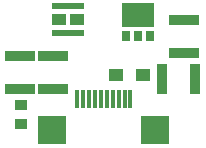
<source format=gtp>
G04*
G04 #@! TF.GenerationSoftware,Altium Limited,Altium Designer,23.4.1 (23)*
G04*
G04 Layer_Color=8421504*
%FSLAX44Y44*%
%MOMM*%
G71*
G04*
G04 #@! TF.SameCoordinates,EFB48218-AA6A-4B24-80ED-B411BF601C35*
G04*
G04*
G04 #@! TF.FilePolarity,Positive*
G04*
G01*
G75*
%ADD12R,2.8000X0.5500*%
%ADD13R,1.1500X1.0000*%
%ADD14R,0.7500X0.9500*%
%ADD15R,2.8000X2.0500*%
%ADD16R,2.6000X0.9500*%
%ADD17R,1.0000X0.9000*%
%ADD18R,0.9500X2.6000*%
%ADD19R,2.4000X2.4000*%
%ADD20R,0.3000X1.6000*%
%ADD21R,2.4000X2.4000*%
G36*
X-43750Y39250D02*
Y30250D01*
X-31750D01*
Y39250D01*
X-43750D01*
D02*
G37*
G36*
X-16750D02*
Y30250D01*
X-28750D01*
Y39250D01*
X-16750D01*
D02*
G37*
D12*
X-30250Y23500D02*
D03*
Y46000D02*
D03*
D13*
X33500Y-12250D02*
D03*
X10000D02*
D03*
D14*
X39250Y21000D02*
D03*
X29000D02*
D03*
X18750D02*
D03*
D15*
X29000Y38500D02*
D03*
D16*
X67750Y34250D02*
D03*
Y6250D02*
D03*
X-42750Y4250D02*
D03*
Y-23750D02*
D03*
X-70750Y4250D02*
D03*
Y-23750D02*
D03*
D17*
X-70250Y-38000D02*
D03*
Y-54000D02*
D03*
D18*
X77500Y-15750D02*
D03*
X49500D02*
D03*
D19*
X-43495Y-59010D02*
D03*
D20*
X22505Y-32510D02*
D03*
X17505D02*
D03*
X12505D02*
D03*
X7505D02*
D03*
X2505D02*
D03*
X-2495D02*
D03*
X-7495D02*
D03*
X-12495D02*
D03*
X-17495D02*
D03*
X-22495D02*
D03*
D21*
X43495Y-59010D02*
D03*
M02*

</source>
